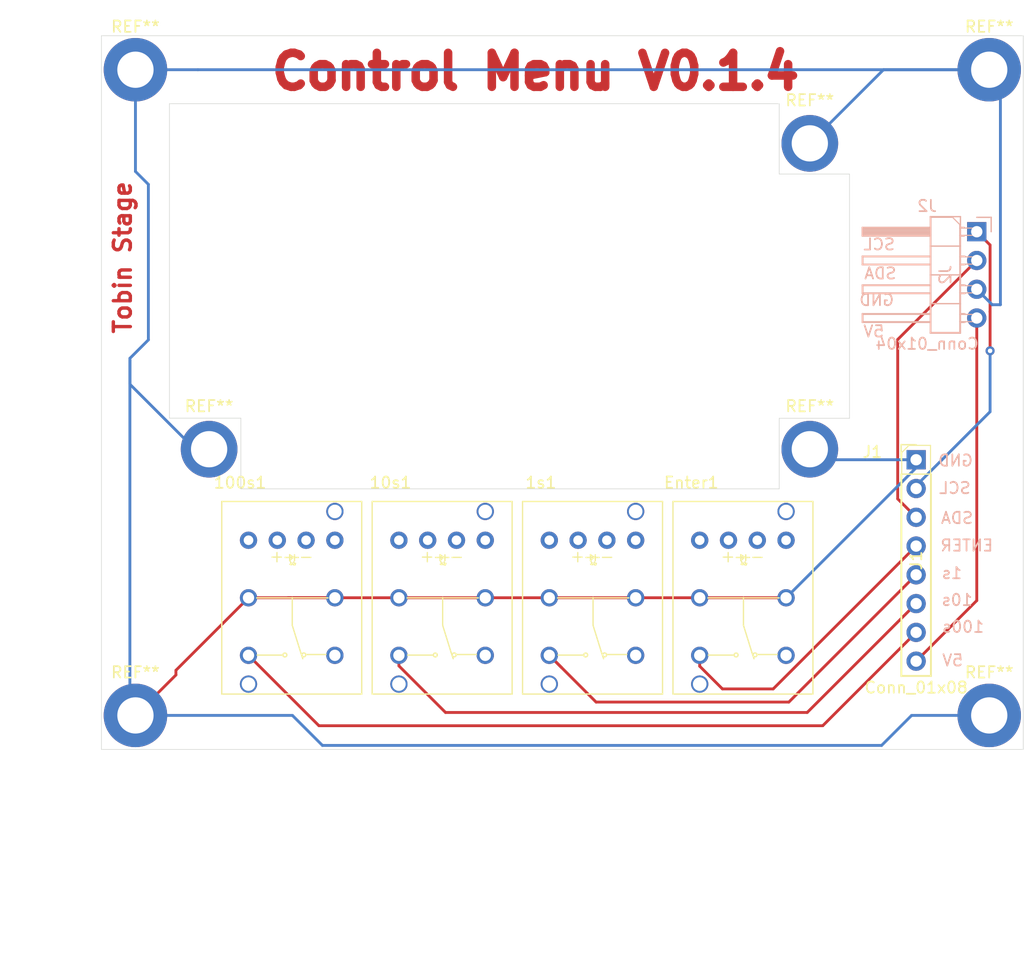
<source format=kicad_pcb>
(kicad_pcb (version 20171130) (host pcbnew "(5.1.7)-1")

  (general
    (thickness 1.6)
    (drawings 36)
    (tracks 67)
    (zones 0)
    (modules 13)
    (nets 21)
  )

  (page A4)
  (layers
    (0 F.Cu signal)
    (31 B.Cu signal)
    (32 B.Adhes user)
    (33 F.Adhes user)
    (34 B.Paste user)
    (35 F.Paste user)
    (36 B.SilkS user)
    (37 F.SilkS user)
    (38 B.Mask user)
    (39 F.Mask user)
    (40 Dwgs.User user)
    (41 Cmts.User user)
    (42 Eco1.User user)
    (43 Eco2.User user)
    (44 Edge.Cuts user)
    (45 Margin user)
    (46 B.CrtYd user)
    (47 F.CrtYd user)
  )

  (setup
    (last_trace_width 0.25)
    (trace_clearance 0.2)
    (zone_clearance 0.508)
    (zone_45_only no)
    (trace_min 0.2)
    (via_size 0.8)
    (via_drill 0.4)
    (via_min_size 0.4)
    (via_min_drill 0.3)
    (uvia_size 0.3)
    (uvia_drill 0.1)
    (uvias_allowed no)
    (uvia_min_size 0.2)
    (uvia_min_drill 0.1)
    (edge_width 0.05)
    (segment_width 0.2)
    (pcb_text_width 0.3)
    (pcb_text_size 1.5 1.5)
    (mod_edge_width 0.12)
    (mod_text_size 1 1)
    (mod_text_width 0.15)
    (pad_size 5 5)
    (pad_drill 3)
    (pad_to_mask_clearance 0)
    (aux_axis_origin 0 0)
    (visible_elements 7FFFFFFF)
    (pcbplotparams
      (layerselection 0x010fc_ffffffff)
      (usegerberextensions false)
      (usegerberattributes true)
      (usegerberadvancedattributes true)
      (creategerberjobfile true)
      (excludeedgelayer true)
      (linewidth 0.100000)
      (plotframeref false)
      (viasonmask false)
      (mode 1)
      (useauxorigin false)
      (hpglpennumber 1)
      (hpglpenspeed 20)
      (hpglpendiameter 15.000000)
      (psnegative false)
      (psa4output false)
      (plotreference true)
      (plotvalue true)
      (plotinvisibletext false)
      (padsonsilk false)
      (subtractmaskfromsilk false)
      (outputformat 1)
      (mirror false)
      (drillshape 0)
      (scaleselection 1)
      (outputdirectory "Boards/PCB/V0.1.2"))
  )

  (net 0 "")
  (net 1 /SDA)
  (net 2 /SCL)
  (net 3 /GND)
  (net 4 "Net-(100s1-Pad5)")
  (net 5 "Net-(100s1-Pad6)")
  (net 6 "Net-(100s1-Pad3)")
  (net 7 /100s)
  (net 8 "Net-(10s1-Pad5)")
  (net 9 "Net-(10s1-Pad6)")
  (net 10 "Net-(10s1-Pad3)")
  (net 11 /10s)
  (net 12 "Net-(1s1-Pad5)")
  (net 13 "Net-(1s1-Pad6)")
  (net 14 "Net-(1s1-Pad3)")
  (net 15 /1s)
  (net 16 "Net-(Enter1-Pad5)")
  (net 17 "Net-(Enter1-Pad6)")
  (net 18 "Net-(Enter1-Pad3)")
  (net 19 /Enter)
  (net 20 "Net-(J1-Pad8)")

  (net_class Default "This is the default net class."
    (clearance 0.2)
    (trace_width 0.25)
    (via_dia 0.8)
    (via_drill 0.4)
    (uvia_dia 0.3)
    (uvia_drill 0.1)
    (add_net /100s)
    (add_net /10s)
    (add_net /1s)
    (add_net /Enter)
    (add_net /GND)
    (add_net /SCL)
    (add_net /SDA)
    (add_net "Net-(100s1-Pad3)")
    (add_net "Net-(100s1-Pad5)")
    (add_net "Net-(100s1-Pad6)")
    (add_net "Net-(10s1-Pad3)")
    (add_net "Net-(10s1-Pad5)")
    (add_net "Net-(10s1-Pad6)")
    (add_net "Net-(1s1-Pad3)")
    (add_net "Net-(1s1-Pad5)")
    (add_net "Net-(1s1-Pad6)")
    (add_net "Net-(Enter1-Pad3)")
    (add_net "Net-(Enter1-Pad5)")
    (add_net "Net-(Enter1-Pad6)")
    (add_net "Net-(J1-Pad8)")
  )

  (module MountingHole:MountingHole_3.2mm_M3_DIN965_Pad (layer F.Cu) (tedit 602041AB) (tstamp 602040DC)
    (at 192.09 96.88)
    (descr "Mounting Hole 3.2mm, M3, DIN965")
    (tags "mounting hole 3.2mm m3 din965")
    (attr virtual)
    (fp_text reference REF** (at 0 -3.8) (layer F.SilkS)
      (effects (font (size 1 1) (thickness 0.15)))
    )
    (fp_text value MountingHole_3.2mm_M3_DIN965_Pad (at 0 3.8) (layer F.Fab)
      (effects (font (size 1 1) (thickness 0.15)))
    )
    (fp_circle (center 0 0) (end 3.05 0) (layer F.CrtYd) (width 0.05))
    (fp_circle (center 0 0) (end 2.8 0) (layer Cmts.User) (width 0.15))
    (fp_text user %R (at 0.3 0) (layer F.Fab)
      (effects (font (size 1 1) (thickness 0.15)))
    )
    (pad 1 thru_hole circle (at 0 0) (size 5.6 5.6) (drill 3.2) (layers *.Cu *.Mask)
      (net 3 /GND))
  )

  (module Connector_PinHeader_2.54mm:PinHeader_1x04_P2.54mm_Horizontal (layer B.Cu) (tedit 59FED5CB) (tstamp 5FEB359A)
    (at 266.32 111.18 180)
    (descr "Through hole angled pin header, 1x04, 2.54mm pitch, 6mm pin length, single row")
    (tags "Through hole angled pin header THT 1x04 2.54mm single row")
    (path /5FEC2557)
    (fp_text reference J2 (at 4.385 2.27) (layer B.SilkS)
      (effects (font (size 1 1) (thickness 0.15)) (justify mirror))
    )
    (fp_text value Conn_01x04 (at 4.385 -9.89) (layer B.SilkS)
      (effects (font (size 1 1) (thickness 0.15)) (justify mirror))
    )
    (fp_line (start 2.135 1.27) (end 4.04 1.27) (layer B.SilkS) (width 0.1))
    (fp_line (start 4.04 1.27) (end 4.04 -8.89) (layer B.SilkS) (width 0.1))
    (fp_line (start 4.04 -8.89) (end 1.5 -8.89) (layer B.SilkS) (width 0.1))
    (fp_line (start 1.5 -8.89) (end 1.5 0.635) (layer B.SilkS) (width 0.1))
    (fp_line (start 1.5 0.635) (end 2.135 1.27) (layer B.SilkS) (width 0.1))
    (fp_line (start -0.32 0.32) (end 1.5 0.32) (layer B.SilkS) (width 0.1))
    (fp_line (start -0.32 0.32) (end -0.32 -0.32) (layer B.SilkS) (width 0.1))
    (fp_line (start -0.32 -0.32) (end 1.5 -0.32) (layer B.SilkS) (width 0.1))
    (fp_line (start 4.04 0.32) (end 10.04 0.32) (layer B.SilkS) (width 0.1))
    (fp_line (start 10.04 0.32) (end 10.04 -0.32) (layer B.SilkS) (width 0.1))
    (fp_line (start 4.04 -0.32) (end 10.04 -0.32) (layer B.SilkS) (width 0.1))
    (fp_line (start -0.32 -2.22) (end 1.5 -2.22) (layer B.SilkS) (width 0.1))
    (fp_line (start -0.32 -2.22) (end -0.32 -2.86) (layer B.SilkS) (width 0.1))
    (fp_line (start -0.32 -2.86) (end 1.5 -2.86) (layer B.SilkS) (width 0.1))
    (fp_line (start 4.04 -2.22) (end 10.04 -2.22) (layer B.SilkS) (width 0.1))
    (fp_line (start 10.04 -2.22) (end 10.04 -2.86) (layer B.SilkS) (width 0.1))
    (fp_line (start 4.04 -2.86) (end 10.04 -2.86) (layer B.SilkS) (width 0.1))
    (fp_line (start -0.32 -4.76) (end 1.5 -4.76) (layer B.SilkS) (width 0.1))
    (fp_line (start -0.32 -4.76) (end -0.32 -5.4) (layer B.SilkS) (width 0.1))
    (fp_line (start -0.32 -5.4) (end 1.5 -5.4) (layer B.SilkS) (width 0.1))
    (fp_line (start 4.04 -4.76) (end 10.04 -4.76) (layer B.SilkS) (width 0.1))
    (fp_line (start 10.04 -4.76) (end 10.04 -5.4) (layer B.SilkS) (width 0.1))
    (fp_line (start 4.04 -5.4) (end 10.04 -5.4) (layer B.SilkS) (width 0.1))
    (fp_line (start -0.32 -7.3) (end 1.5 -7.3) (layer B.SilkS) (width 0.1))
    (fp_line (start -0.32 -7.3) (end -0.32 -7.94) (layer B.SilkS) (width 0.1))
    (fp_line (start -0.32 -7.94) (end 1.5 -7.94) (layer B.SilkS) (width 0.1))
    (fp_line (start 4.04 -7.3) (end 10.04 -7.3) (layer B.SilkS) (width 0.1))
    (fp_line (start 10.04 -7.3) (end 10.04 -7.94) (layer B.SilkS) (width 0.1))
    (fp_line (start 4.04 -7.94) (end 10.04 -7.94) (layer B.SilkS) (width 0.1))
    (fp_line (start 1.44 1.33) (end 1.44 -8.95) (layer B.SilkS) (width 0.12))
    (fp_line (start 1.44 -8.95) (end 4.1 -8.95) (layer B.SilkS) (width 0.12))
    (fp_line (start 4.1 -8.95) (end 4.1 1.33) (layer B.SilkS) (width 0.12))
    (fp_line (start 4.1 1.33) (end 1.44 1.33) (layer B.SilkS) (width 0.12))
    (fp_line (start 4.1 0.38) (end 10.1 0.38) (layer B.SilkS) (width 0.12))
    (fp_line (start 10.1 0.38) (end 10.1 -0.38) (layer B.SilkS) (width 0.12))
    (fp_line (start 10.1 -0.38) (end 4.1 -0.38) (layer B.SilkS) (width 0.12))
    (fp_line (start 4.1 0.32) (end 10.1 0.32) (layer B.SilkS) (width 0.12))
    (fp_line (start 4.1 0.2) (end 10.1 0.2) (layer B.SilkS) (width 0.12))
    (fp_line (start 4.1 0.08) (end 10.1 0.08) (layer B.SilkS) (width 0.12))
    (fp_line (start 4.1 -0.04) (end 10.1 -0.04) (layer B.SilkS) (width 0.12))
    (fp_line (start 4.1 -0.16) (end 10.1 -0.16) (layer B.SilkS) (width 0.12))
    (fp_line (start 4.1 -0.28) (end 10.1 -0.28) (layer B.SilkS) (width 0.12))
    (fp_line (start 1.11 0.38) (end 1.44 0.38) (layer B.SilkS) (width 0.12))
    (fp_line (start 1.11 -0.38) (end 1.44 -0.38) (layer B.SilkS) (width 0.12))
    (fp_line (start 1.44 -1.27) (end 4.1 -1.27) (layer B.SilkS) (width 0.12))
    (fp_line (start 4.1 -2.16) (end 10.1 -2.16) (layer B.SilkS) (width 0.12))
    (fp_line (start 10.1 -2.16) (end 10.1 -2.92) (layer B.SilkS) (width 0.12))
    (fp_line (start 10.1 -2.92) (end 4.1 -2.92) (layer B.SilkS) (width 0.12))
    (fp_line (start 1.042929 -2.16) (end 1.44 -2.16) (layer B.SilkS) (width 0.12))
    (fp_line (start 1.042929 -2.92) (end 1.44 -2.92) (layer B.SilkS) (width 0.12))
    (fp_line (start 1.44 -3.81) (end 4.1 -3.81) (layer B.SilkS) (width 0.12))
    (fp_line (start 4.1 -4.7) (end 10.1 -4.7) (layer B.SilkS) (width 0.12))
    (fp_line (start 10.1 -4.7) (end 10.1 -5.46) (layer B.SilkS) (width 0.12))
    (fp_line (start 10.1 -5.46) (end 4.1 -5.46) (layer B.SilkS) (width 0.12))
    (fp_line (start 1.042929 -4.7) (end 1.44 -4.7) (layer B.SilkS) (width 0.12))
    (fp_line (start 1.042929 -5.46) (end 1.44 -5.46) (layer B.SilkS) (width 0.12))
    (fp_line (start 1.44 -6.35) (end 4.1 -6.35) (layer B.SilkS) (width 0.12))
    (fp_line (start 4.1 -7.24) (end 10.1 -7.24) (layer B.SilkS) (width 0.12))
    (fp_line (start 10.1 -7.24) (end 10.1 -8) (layer B.SilkS) (width 0.12))
    (fp_line (start 10.1 -8) (end 4.1 -8) (layer B.SilkS) (width 0.12))
    (fp_line (start 1.042929 -7.24) (end 1.44 -7.24) (layer B.SilkS) (width 0.12))
    (fp_line (start 1.042929 -8) (end 1.44 -8) (layer B.SilkS) (width 0.12))
    (fp_line (start -1.27 0) (end -1.27 1.27) (layer B.SilkS) (width 0.12))
    (fp_line (start -1.27 1.27) (end 0 1.27) (layer B.SilkS) (width 0.12))
    (fp_line (start -1.8 1.8) (end -1.8 -9.4) (layer B.CrtYd) (width 0.05))
    (fp_line (start -1.8 -9.4) (end 10.55 -9.4) (layer B.CrtYd) (width 0.05))
    (fp_line (start 10.55 -9.4) (end 10.55 1.8) (layer B.CrtYd) (width 0.05))
    (fp_line (start 10.55 1.8) (end -1.8 1.8) (layer B.CrtYd) (width 0.05))
    (fp_text user %R (at 2.77 -3.81 270) (layer B.SilkS)
      (effects (font (size 1 1) (thickness 0.15)) (justify mirror))
    )
    (pad 4 thru_hole oval (at 0 -7.62 180) (size 1.7 1.7) (drill 1) (layers *.Cu *.Mask)
      (net 20 "Net-(J1-Pad8)"))
    (pad 3 thru_hole oval (at 0 -5.08 180) (size 1.7 1.7) (drill 1) (layers *.Cu *.Mask)
      (net 3 /GND))
    (pad 2 thru_hole oval (at 0 -2.54 180) (size 1.7 1.7) (drill 1) (layers *.Cu *.Mask)
      (net 1 /SDA))
    (pad 1 thru_hole rect (at 0 0 180) (size 1.7 1.7) (drill 1) (layers *.Cu *.Mask)
      (net 2 /SCL))
    (model ${KISYS3DMOD}/Connector_PinHeader_2.54mm.3dshapes/PinHeader_1x04_P2.54mm_Horizontal.wrl
      (at (xyz 0 0 0))
      (scale (xyz 1 1 1))
      (rotate (xyz 0 0 0))
    )
  )

  (module MountingHole:MountingHole_3.2mm_M3_DIN965_Pad (layer F.Cu) (tedit 61F58E98) (tstamp 61F58D0A)
    (at 198.59 130.38)
    (descr "Mounting Hole 3.2mm, M3, DIN965")
    (tags "mounting hole 3.2mm m3 din965")
    (attr virtual)
    (fp_text reference REF** (at 0 -3.8) (layer F.SilkS)
      (effects (font (size 1 1) (thickness 0.15)))
    )
    (fp_text value MountingHole_3.2mm_M3_DIN965_Pad (at 0 3.8) (layer F.Fab)
      (effects (font (size 1 1) (thickness 0.15)))
    )
    (fp_text user %R (at 0.3 0) (layer F.Fab)
      (effects (font (size 1 1) (thickness 0.15)))
    )
    (fp_circle (center 0 0) (end 3.05 0) (layer F.CrtYd) (width 0.05))
    (fp_circle (center 0 0) (end 2.8 0) (layer Cmts.User) (width 0.15))
    (pad 1 thru_hole circle (at 0 0) (size 5 5) (drill 3.2) (layers *.Cu *.Mask)
      (net 3 /GND))
  )

  (module MountingHole:MountingHole_3.2mm_M3_DIN965_Pad (layer F.Cu) (tedit 61F58E6B) (tstamp 61F58CF5)
    (at 251.59 130.38)
    (descr "Mounting Hole 3.2mm, M3, DIN965")
    (tags "mounting hole 3.2mm m3 din965")
    (attr virtual)
    (fp_text reference REF** (at 0 -3.8) (layer F.SilkS)
      (effects (font (size 1 1) (thickness 0.15)))
    )
    (fp_text value MountingHole_3.2mm_M3_DIN965_Pad (at 0 3.8) (layer F.Fab)
      (effects (font (size 1 1) (thickness 0.15)))
    )
    (fp_circle (center 0 0) (end 2.8 0) (layer Cmts.User) (width 0.15))
    (fp_circle (center 0 0) (end 3.05 0) (layer F.CrtYd) (width 0.05))
    (fp_text user %R (at 0.3 0) (layer F.Fab)
      (effects (font (size 1 1) (thickness 0.15)))
    )
    (pad 1 thru_hole circle (at 0 0) (size 5 5) (drill 3.2) (layers *.Cu *.Mask)
      (net 3 /GND))
  )

  (module MountingHole:MountingHole_3.2mm_M3_DIN965_Pad (layer F.Cu) (tedit 61F58E65) (tstamp 61F58CAD)
    (at 251.59 103.38)
    (descr "Mounting Hole 3.2mm, M3, DIN965")
    (tags "mounting hole 3.2mm m3 din965")
    (attr virtual)
    (fp_text reference REF** (at 0 -3.8) (layer F.SilkS)
      (effects (font (size 1 1) (thickness 0.15)))
    )
    (fp_text value MountingHole_3.2mm_M3_DIN965_Pad (at 0 3.8) (layer F.Fab)
      (effects (font (size 1 1) (thickness 0.15)))
    )
    (fp_text user %R (at 0.3 0) (layer F.Fab)
      (effects (font (size 1 1) (thickness 0.15)))
    )
    (fp_circle (center 0 0) (end 3.05 0) (layer F.CrtYd) (width 0.05))
    (fp_circle (center 0 0) (end 2.8 0) (layer Cmts.User) (width 0.15))
    (pad 1 thru_hole circle (at 0 0) (size 5 5) (drill 3.2) (layers *.Cu *.Mask)
      (net 3 /GND))
  )

  (module MountingHole:MountingHole_3.2mm_M3_DIN965_Pad (layer F.Cu) (tedit 602041B4) (tstamp 60204136)
    (at 192.09 153.88)
    (descr "Mounting Hole 3.2mm, M3, DIN965")
    (tags "mounting hole 3.2mm m3 din965")
    (attr virtual)
    (fp_text reference REF** (at 0 -3.8) (layer F.SilkS)
      (effects (font (size 1 1) (thickness 0.15)))
    )
    (fp_text value MountingHole_3.2mm_M3_DIN965_Pad (at 0 3.8) (layer F.Fab)
      (effects (font (size 1 1) (thickness 0.15)))
    )
    (fp_circle (center 0 0) (end 2.8 0) (layer Cmts.User) (width 0.15))
    (fp_circle (center 0 0) (end 3.05 0) (layer F.CrtYd) (width 0.05))
    (fp_text user %R (at 0.3 0) (layer F.Fab)
      (effects (font (size 1 1) (thickness 0.15)))
    )
    (pad 1 thru_hole circle (at 0 0) (size 5.6 5.6) (drill 3.2) (layers *.Cu *.Mask)
      (net 3 /GND))
  )

  (module MountingHole:MountingHole_3.2mm_M3_DIN965_Pad (layer F.Cu) (tedit 602041C7) (tstamp 6020412F)
    (at 267.42 96.88)
    (descr "Mounting Hole 3.2mm, M3, DIN965")
    (tags "mounting hole 3.2mm m3 din965")
    (attr virtual)
    (fp_text reference REF** (at 0 -3.8) (layer F.SilkS)
      (effects (font (size 1 1) (thickness 0.15)))
    )
    (fp_text value MountingHole_3.2mm_M3_DIN965_Pad (at 0 3.8) (layer F.Fab)
      (effects (font (size 1 1) (thickness 0.15)))
    )
    (fp_circle (center 0 0) (end 2.8 0) (layer Cmts.User) (width 0.15))
    (fp_circle (center 0 0) (end 3.05 0) (layer F.CrtYd) (width 0.05))
    (fp_text user %R (at 0.3 0) (layer F.Fab)
      (effects (font (size 1 1) (thickness 0.15)))
    )
    (pad 1 thru_hole circle (at 0 0) (size 5.6 5.6) (drill 3.2) (layers *.Cu *.Mask)
      (net 3 /GND))
  )

  (module MountingHole:MountingHole_3.2mm_M3_DIN965_Pad (layer F.Cu) (tedit 602041BE) (tstamp 602040D5)
    (at 267.42 153.88)
    (descr "Mounting Hole 3.2mm, M3, DIN965")
    (tags "mounting hole 3.2mm m3 din965")
    (attr virtual)
    (fp_text reference REF** (at 0 -3.8) (layer F.SilkS)
      (effects (font (size 1 1) (thickness 0.15)))
    )
    (fp_text value MountingHole_3.2mm_M3_DIN965_Pad (at 0 3.8) (layer F.Fab)
      (effects (font (size 1 1) (thickness 0.15)))
    )
    (fp_circle (center 0 0) (end 3.05 0) (layer F.CrtYd) (width 0.05))
    (fp_circle (center 0 0) (end 2.8 0) (layer Cmts.User) (width 0.15))
    (fp_text user %R (at 0.3 0) (layer F.Fab)
      (effects (font (size 1 1) (thickness 0.15)))
    )
    (pad 1 thru_hole circle (at 0 0) (size 5.6 5.6) (drill 3.2) (layers *.Cu *.Mask)
      (net 3 /GND))
  )

  (module AA-ROB-FULL:PB86-A-FP (layer F.Cu) (tedit 5FEB217F) (tstamp 5FEB50C3)
    (at 239.515 134.995)
    (path /5FEB56A3)
    (fp_text reference Enter1 (at 1.62 -1.66) (layer F.SilkS)
      (effects (font (size 1 1) (thickness 0.15)))
    )
    (fp_text value PB-86A (at 2.72 -3.5) (layer F.Fab)
      (effects (font (size 1 1) (thickness 0.15)))
    )
    (fp_line (start 0 0) (end 12.35 0) (layer F.SilkS) (width 0.12))
    (fp_line (start 0 0) (end 0 17) (layer F.SilkS) (width 0.12))
    (fp_line (start 12.35 0) (end 12.35 17) (layer F.SilkS) (width 0.12))
    (fp_line (start 0 17) (end 12.35 17) (layer F.SilkS) (width 0.12))
    (fp_line (start -0.2 -0.2) (end 12.55 -0.2) (layer Dwgs.User) (width 0.12))
    (fp_line (start 12.55 -0.2) (end 12.55 17.2) (layer Dwgs.User) (width 0.12))
    (fp_line (start -0.2 17.2) (end 12.55 17.2) (layer Dwgs.User) (width 0.12))
    (fp_line (start -0.2 -0.2) (end -0.2 17.2) (layer Dwgs.User) (width 0.12))
    (fp_line (start 3.08 8.51) (end 9.37 8.51) (layer F.SilkS) (width 0.12))
    (fp_line (start 6.22 8.48) (end 6.22 10.93) (layer F.SilkS) (width 0.12))
    (fp_line (start 6.22 10.93) (end 6.96 13.31) (layer F.SilkS) (width 0.12))
    (fp_line (start 6.96 13.31) (end 7.15 13.88) (layer F.SilkS) (width 0.12))
    (fp_line (start 9.2 13.51) (end 7.44 13.51) (layer F.SilkS) (width 0.12))
    (fp_line (start 3.12 13.56) (end 5.4 13.56) (layer F.SilkS) (width 0.12))
    (fp_circle (center 5.57 13.55) (end 5.67 13.69) (layer F.SilkS) (width 0.12))
    (fp_circle (center 7.24 13.54) (end 7.34 13.68) (layer F.SilkS) (width 0.12))
    (fp_line (start 4.87 4.51) (end 4.87 5.32) (layer F.SilkS) (width 0.12))
    (fp_line (start 4.44 4.91) (end 5.25 4.91) (layer F.SilkS) (width 0.12))
    (fp_line (start 7.05 4.93) (end 7.86 4.93) (layer F.SilkS) (width 0.12))
    (fp_line (start 5.59 4.94) (end 6.76 4.94) (layer F.SilkS) (width 0.12))
    (fp_line (start 5.99 5.22) (end 5.99 4.7) (layer F.SilkS) (width 0.12))
    (fp_line (start 6.42 5.23) (end 6.42 4.71) (layer F.SilkS) (width 0.12))
    (fp_line (start 6.31 4.91) (end 5.99 4.7) (layer F.SilkS) (width 0.12))
    (fp_line (start 6.31 4.92) (end 5.99 5.22) (layer F.SilkS) (width 0.12))
    (fp_line (start 6.06 5.31) (end 6.16 5.58) (layer F.SilkS) (width 0.12))
    (fp_line (start 6.18 5.54) (end 6.22 5.43) (layer F.SilkS) (width 0.12))
    (fp_line (start 6.12 5.58) (end 6.01 5.54) (layer F.SilkS) (width 0.12))
    (fp_line (start 6.35 5.34) (end 6.45 5.61) (layer F.SilkS) (width 0.12))
    (fp_line (start 6.47 5.57) (end 6.51 5.46) (layer F.SilkS) (width 0.12))
    (fp_line (start 6.41 5.61) (end 6.3 5.57) (layer F.SilkS) (width 0.12))
    (pad 5 thru_hole circle (at 4.9 3.42) (size 1.524 1.524) (drill 0.85) (layers *.Cu *.Mask)
      (net 16 "Net-(Enter1-Pad5)"))
    (pad 6 thru_hole circle (at 7.44 3.42) (size 1.524 1.524) (drill 0.85) (layers *.Cu *.Mask)
      (net 17 "Net-(Enter1-Pad6)"))
    (pad 7 thru_hole circle (at 9.98 3.42) (size 1.524 1.524) (drill 0.85) (layers *.Cu *.Mask))
    (pad 4 thru_hole circle (at 2.36 3.42) (size 1.524 1.524) (drill 0.85) (layers *.Cu *.Mask))
    (pad 8 thru_hole circle (at 9.98 0.88) (size 1.524 1.524) (drill 1.2) (layers *.Cu *.Mask))
    (pad 8 thru_hole circle (at 2.36 16.12) (size 1.524 1.524) (drill 1.2) (layers *.Cu *.Mask))
    (pad 1 thru_hole circle (at 9.98 8.5) (size 1.524 1.524) (drill 1) (layers *.Cu *.Mask)
      (net 3 /GND))
    (pad 1 thru_hole circle (at 2.36 8.5) (size 1.524 1.524) (drill 1) (layers *.Cu *.Mask)
      (net 3 /GND))
    (pad 3 thru_hole circle (at 9.98 13.58) (size 1.524 1.524) (drill 1) (layers *.Cu *.Mask)
      (net 18 "Net-(Enter1-Pad3)"))
    (pad 2 thru_hole circle (at 2.36 13.58) (size 1.524 1.524) (drill 1) (layers *.Cu *.Mask)
      (net 19 /Enter))
  )

  (module AA-ROB-FULL:PB86-A-FP (layer F.Cu) (tedit 5FEB217F) (tstamp 5FEB5144)
    (at 226.245 134.995)
    (path /5FEB4A66)
    (fp_text reference 1s1 (at 1.62 -1.66) (layer F.SilkS)
      (effects (font (size 1 1) (thickness 0.15)))
    )
    (fp_text value PB-86A (at 2.72 -3.5) (layer F.Fab)
      (effects (font (size 1 1) (thickness 0.15)))
    )
    (fp_line (start 0 0) (end 12.35 0) (layer F.SilkS) (width 0.12))
    (fp_line (start 0 0) (end 0 17) (layer F.SilkS) (width 0.12))
    (fp_line (start 12.35 0) (end 12.35 17) (layer F.SilkS) (width 0.12))
    (fp_line (start 0 17) (end 12.35 17) (layer F.SilkS) (width 0.12))
    (fp_line (start -0.2 -0.2) (end 12.55 -0.2) (layer Dwgs.User) (width 0.12))
    (fp_line (start 12.55 -0.2) (end 12.55 17.2) (layer Dwgs.User) (width 0.12))
    (fp_line (start -0.2 17.2) (end 12.55 17.2) (layer Dwgs.User) (width 0.12))
    (fp_line (start -0.2 -0.2) (end -0.2 17.2) (layer Dwgs.User) (width 0.12))
    (fp_line (start 3.08 8.51) (end 9.37 8.51) (layer F.SilkS) (width 0.12))
    (fp_line (start 6.22 8.48) (end 6.22 10.93) (layer F.SilkS) (width 0.12))
    (fp_line (start 6.22 10.93) (end 6.96 13.31) (layer F.SilkS) (width 0.12))
    (fp_line (start 6.96 13.31) (end 7.15 13.88) (layer F.SilkS) (width 0.12))
    (fp_line (start 9.2 13.51) (end 7.44 13.51) (layer F.SilkS) (width 0.12))
    (fp_line (start 3.12 13.56) (end 5.4 13.56) (layer F.SilkS) (width 0.12))
    (fp_circle (center 5.57 13.55) (end 5.67 13.69) (layer F.SilkS) (width 0.12))
    (fp_circle (center 7.24 13.54) (end 7.34 13.68) (layer F.SilkS) (width 0.12))
    (fp_line (start 4.87 4.51) (end 4.87 5.32) (layer F.SilkS) (width 0.12))
    (fp_line (start 4.44 4.91) (end 5.25 4.91) (layer F.SilkS) (width 0.12))
    (fp_line (start 7.05 4.93) (end 7.86 4.93) (layer F.SilkS) (width 0.12))
    (fp_line (start 5.59 4.94) (end 6.76 4.94) (layer F.SilkS) (width 0.12))
    (fp_line (start 5.99 5.22) (end 5.99 4.7) (layer F.SilkS) (width 0.12))
    (fp_line (start 6.42 5.23) (end 6.42 4.71) (layer F.SilkS) (width 0.12))
    (fp_line (start 6.31 4.91) (end 5.99 4.7) (layer F.SilkS) (width 0.12))
    (fp_line (start 6.31 4.92) (end 5.99 5.22) (layer F.SilkS) (width 0.12))
    (fp_line (start 6.06 5.31) (end 6.16 5.58) (layer F.SilkS) (width 0.12))
    (fp_line (start 6.18 5.54) (end 6.22 5.43) (layer F.SilkS) (width 0.12))
    (fp_line (start 6.12 5.58) (end 6.01 5.54) (layer F.SilkS) (width 0.12))
    (fp_line (start 6.35 5.34) (end 6.45 5.61) (layer F.SilkS) (width 0.12))
    (fp_line (start 6.47 5.57) (end 6.51 5.46) (layer F.SilkS) (width 0.12))
    (fp_line (start 6.41 5.61) (end 6.3 5.57) (layer F.SilkS) (width 0.12))
    (pad 5 thru_hole circle (at 4.9 3.42) (size 1.524 1.524) (drill 0.85) (layers *.Cu *.Mask)
      (net 12 "Net-(1s1-Pad5)"))
    (pad 6 thru_hole circle (at 7.44 3.42) (size 1.524 1.524) (drill 0.85) (layers *.Cu *.Mask)
      (net 13 "Net-(1s1-Pad6)"))
    (pad 7 thru_hole circle (at 9.98 3.42) (size 1.524 1.524) (drill 0.85) (layers *.Cu *.Mask))
    (pad 4 thru_hole circle (at 2.36 3.42) (size 1.524 1.524) (drill 0.85) (layers *.Cu *.Mask))
    (pad 8 thru_hole circle (at 9.98 0.88) (size 1.524 1.524) (drill 1.2) (layers *.Cu *.Mask))
    (pad 8 thru_hole circle (at 2.36 16.12) (size 1.524 1.524) (drill 1.2) (layers *.Cu *.Mask))
    (pad 1 thru_hole circle (at 9.98 8.5) (size 1.524 1.524) (drill 1) (layers *.Cu *.Mask)
      (net 3 /GND))
    (pad 1 thru_hole circle (at 2.36 8.5) (size 1.524 1.524) (drill 1) (layers *.Cu *.Mask)
      (net 3 /GND))
    (pad 3 thru_hole circle (at 9.98 13.58) (size 1.524 1.524) (drill 1) (layers *.Cu *.Mask)
      (net 14 "Net-(1s1-Pad3)"))
    (pad 2 thru_hole circle (at 2.36 13.58) (size 1.524 1.524) (drill 1) (layers *.Cu *.Mask)
      (net 15 /1s))
  )

  (module AA-ROB-FULL:PB86-A-FP (layer F.Cu) (tedit 5FEB217F) (tstamp 5FEB5042)
    (at 212.975 134.995)
    (path /5FEB3BFC)
    (fp_text reference 10s1 (at 1.62 -1.66) (layer F.SilkS)
      (effects (font (size 1 1) (thickness 0.15)))
    )
    (fp_text value PB-86A (at 2.72 -3.5) (layer F.Fab)
      (effects (font (size 1 1) (thickness 0.15)))
    )
    (fp_line (start 0 0) (end 12.35 0) (layer F.SilkS) (width 0.12))
    (fp_line (start 0 0) (end 0 17) (layer F.SilkS) (width 0.12))
    (fp_line (start 12.35 0) (end 12.35 17) (layer F.SilkS) (width 0.12))
    (fp_line (start 0 17) (end 12.35 17) (layer F.SilkS) (width 0.12))
    (fp_line (start -0.2 -0.2) (end 12.55 -0.2) (layer Dwgs.User) (width 0.12))
    (fp_line (start 12.55 -0.2) (end 12.55 17.2) (layer Dwgs.User) (width 0.12))
    (fp_line (start -0.2 17.2) (end 12.55 17.2) (layer Dwgs.User) (width 0.12))
    (fp_line (start -0.2 -0.2) (end -0.2 17.2) (layer Dwgs.User) (width 0.12))
    (fp_line (start 3.08 8.51) (end 9.37 8.51) (layer F.SilkS) (width 0.12))
    (fp_line (start 6.22 8.48) (end 6.22 10.93) (layer F.SilkS) (width 0.12))
    (fp_line (start 6.22 10.93) (end 6.96 13.31) (layer F.SilkS) (width 0.12))
    (fp_line (start 6.96 13.31) (end 7.15 13.88) (layer F.SilkS) (width 0.12))
    (fp_line (start 9.2 13.51) (end 7.44 13.51) (layer F.SilkS) (width 0.12))
    (fp_line (start 3.12 13.56) (end 5.4 13.56) (layer F.SilkS) (width 0.12))
    (fp_circle (center 5.57 13.55) (end 5.67 13.69) (layer F.SilkS) (width 0.12))
    (fp_circle (center 7.24 13.54) (end 7.34 13.68) (layer F.SilkS) (width 0.12))
    (fp_line (start 4.87 4.51) (end 4.87 5.32) (layer F.SilkS) (width 0.12))
    (fp_line (start 4.44 4.91) (end 5.25 4.91) (layer F.SilkS) (width 0.12))
    (fp_line (start 7.05 4.93) (end 7.86 4.93) (layer F.SilkS) (width 0.12))
    (fp_line (start 5.59 4.94) (end 6.76 4.94) (layer F.SilkS) (width 0.12))
    (fp_line (start 5.99 5.22) (end 5.99 4.7) (layer F.SilkS) (width 0.12))
    (fp_line (start 6.42 5.23) (end 6.42 4.71) (layer F.SilkS) (width 0.12))
    (fp_line (start 6.31 4.91) (end 5.99 4.7) (layer F.SilkS) (width 0.12))
    (fp_line (start 6.31 4.92) (end 5.99 5.22) (layer F.SilkS) (width 0.12))
    (fp_line (start 6.06 5.31) (end 6.16 5.58) (layer F.SilkS) (width 0.12))
    (fp_line (start 6.18 5.54) (end 6.22 5.43) (layer F.SilkS) (width 0.12))
    (fp_line (start 6.12 5.58) (end 6.01 5.54) (layer F.SilkS) (width 0.12))
    (fp_line (start 6.35 5.34) (end 6.45 5.61) (layer F.SilkS) (width 0.12))
    (fp_line (start 6.47 5.57) (end 6.51 5.46) (layer F.SilkS) (width 0.12))
    (fp_line (start 6.41 5.61) (end 6.3 5.57) (layer F.SilkS) (width 0.12))
    (pad 5 thru_hole circle (at 4.9 3.42) (size 1.524 1.524) (drill 0.85) (layers *.Cu *.Mask)
      (net 8 "Net-(10s1-Pad5)"))
    (pad 6 thru_hole circle (at 7.44 3.42) (size 1.524 1.524) (drill 0.85) (layers *.Cu *.Mask)
      (net 9 "Net-(10s1-Pad6)"))
    (pad 7 thru_hole circle (at 9.98 3.42) (size 1.524 1.524) (drill 0.85) (layers *.Cu *.Mask))
    (pad 4 thru_hole circle (at 2.36 3.42) (size 1.524 1.524) (drill 0.85) (layers *.Cu *.Mask))
    (pad 8 thru_hole circle (at 9.98 0.88) (size 1.524 1.524) (drill 1.2) (layers *.Cu *.Mask))
    (pad 8 thru_hole circle (at 2.36 16.12) (size 1.524 1.524) (drill 1.2) (layers *.Cu *.Mask))
    (pad 1 thru_hole circle (at 9.98 8.5) (size 1.524 1.524) (drill 1) (layers *.Cu *.Mask)
      (net 3 /GND))
    (pad 1 thru_hole circle (at 2.36 8.5) (size 1.524 1.524) (drill 1) (layers *.Cu *.Mask)
      (net 3 /GND))
    (pad 3 thru_hole circle (at 9.98 13.58) (size 1.524 1.524) (drill 1) (layers *.Cu *.Mask)
      (net 10 "Net-(10s1-Pad3)"))
    (pad 2 thru_hole circle (at 2.36 13.58) (size 1.524 1.524) (drill 1) (layers *.Cu *.Mask)
      (net 11 /10s))
  )

  (module AA-ROB-FULL:PB86-A-FP (layer F.Cu) (tedit 5FEB217F) (tstamp 5FEB51C5)
    (at 199.705 134.995)
    (path /5FEB2BAB)
    (fp_text reference 100s1 (at 1.62 -1.66) (layer F.SilkS)
      (effects (font (size 1 1) (thickness 0.15)))
    )
    (fp_text value PB-86A (at 2.72 -3.5) (layer F.Fab)
      (effects (font (size 1 1) (thickness 0.15)))
    )
    (fp_line (start 0 0) (end 12.35 0) (layer F.SilkS) (width 0.12))
    (fp_line (start 0 0) (end 0 17) (layer F.SilkS) (width 0.12))
    (fp_line (start 12.35 0) (end 12.35 17) (layer F.SilkS) (width 0.12))
    (fp_line (start 0 17) (end 12.35 17) (layer F.SilkS) (width 0.12))
    (fp_line (start -0.2 -0.2) (end 12.55 -0.2) (layer Dwgs.User) (width 0.12))
    (fp_line (start 12.55 -0.2) (end 12.55 17.2) (layer Dwgs.User) (width 0.12))
    (fp_line (start -0.2 17.2) (end 12.55 17.2) (layer Dwgs.User) (width 0.12))
    (fp_line (start -0.2 -0.2) (end -0.2 17.2) (layer Dwgs.User) (width 0.12))
    (fp_line (start 3.08 8.51) (end 9.37 8.51) (layer F.SilkS) (width 0.12))
    (fp_line (start 6.22 8.48) (end 6.22 10.93) (layer F.SilkS) (width 0.12))
    (fp_line (start 6.22 10.93) (end 6.96 13.31) (layer F.SilkS) (width 0.12))
    (fp_line (start 6.96 13.31) (end 7.15 13.88) (layer F.SilkS) (width 0.12))
    (fp_line (start 9.2 13.51) (end 7.44 13.51) (layer F.SilkS) (width 0.12))
    (fp_line (start 3.12 13.56) (end 5.4 13.56) (layer F.SilkS) (width 0.12))
    (fp_circle (center 5.57 13.55) (end 5.67 13.69) (layer F.SilkS) (width 0.12))
    (fp_circle (center 7.24 13.54) (end 7.34 13.68) (layer F.SilkS) (width 0.12))
    (fp_line (start 4.87 4.51) (end 4.87 5.32) (layer F.SilkS) (width 0.12))
    (fp_line (start 4.44 4.91) (end 5.25 4.91) (layer F.SilkS) (width 0.12))
    (fp_line (start 7.05 4.93) (end 7.86 4.93) (layer F.SilkS) (width 0.12))
    (fp_line (start 5.59 4.94) (end 6.76 4.94) (layer F.SilkS) (width 0.12))
    (fp_line (start 5.99 5.22) (end 5.99 4.7) (layer F.SilkS) (width 0.12))
    (fp_line (start 6.42 5.23) (end 6.42 4.71) (layer F.SilkS) (width 0.12))
    (fp_line (start 6.31 4.91) (end 5.99 4.7) (layer F.SilkS) (width 0.12))
    (fp_line (start 6.31 4.92) (end 5.99 5.22) (layer F.SilkS) (width 0.12))
    (fp_line (start 6.06 5.31) (end 6.16 5.58) (layer F.SilkS) (width 0.12))
    (fp_line (start 6.18 5.54) (end 6.22 5.43) (layer F.SilkS) (width 0.12))
    (fp_line (start 6.12 5.58) (end 6.01 5.54) (layer F.SilkS) (width 0.12))
    (fp_line (start 6.35 5.34) (end 6.45 5.61) (layer F.SilkS) (width 0.12))
    (fp_line (start 6.47 5.57) (end 6.51 5.46) (layer F.SilkS) (width 0.12))
    (fp_line (start 6.41 5.61) (end 6.3 5.57) (layer F.SilkS) (width 0.12))
    (pad 5 thru_hole circle (at 4.9 3.42) (size 1.524 1.524) (drill 0.85) (layers *.Cu *.Mask)
      (net 4 "Net-(100s1-Pad5)"))
    (pad 6 thru_hole circle (at 7.44 3.42) (size 1.524 1.524) (drill 0.85) (layers *.Cu *.Mask)
      (net 5 "Net-(100s1-Pad6)"))
    (pad 7 thru_hole circle (at 9.98 3.42) (size 1.524 1.524) (drill 0.85) (layers *.Cu *.Mask))
    (pad 4 thru_hole circle (at 2.36 3.42) (size 1.524 1.524) (drill 0.85) (layers *.Cu *.Mask))
    (pad 8 thru_hole circle (at 9.98 0.88) (size 1.524 1.524) (drill 1.2) (layers *.Cu *.Mask))
    (pad 8 thru_hole circle (at 2.36 16.12) (size 1.524 1.524) (drill 1.2) (layers *.Cu *.Mask))
    (pad 1 thru_hole circle (at 9.98 8.5) (size 1.524 1.524) (drill 1) (layers *.Cu *.Mask)
      (net 3 /GND))
    (pad 1 thru_hole circle (at 2.36 8.5) (size 1.524 1.524) (drill 1) (layers *.Cu *.Mask)
      (net 3 /GND))
    (pad 3 thru_hole circle (at 9.98 13.58) (size 1.524 1.524) (drill 1) (layers *.Cu *.Mask)
      (net 6 "Net-(100s1-Pad3)"))
    (pad 2 thru_hole circle (at 2.36 13.58) (size 1.524 1.524) (drill 1) (layers *.Cu *.Mask)
      (net 7 /100s))
  )

  (module Connector_PinHeader_2.54mm:PinHeader_1x08_P2.54mm_Vertical (layer F.Cu) (tedit 59FED5CC) (tstamp 5FEB3540)
    (at 260.97 131.31)
    (descr "Through hole straight pin header, 1x08, 2.54mm pitch, single row")
    (tags "Through hole pin header THT 1x08 2.54mm single row")
    (path /5FEB6A94)
    (fp_text reference J1 (at -3.86 -0.69) (layer F.SilkS)
      (effects (font (size 1 1) (thickness 0.15)))
    )
    (fp_text value Conn_01x08 (at 0 20.11) (layer F.SilkS)
      (effects (font (size 1 1) (thickness 0.15)))
    )
    (fp_line (start -0.635 -1.27) (end 1.27 -1.27) (layer F.SilkS) (width 0.1))
    (fp_line (start 1.27 -1.27) (end 1.27 19.05) (layer F.SilkS) (width 0.1))
    (fp_line (start 1.27 19.05) (end -1.27 19.05) (layer F.SilkS) (width 0.1))
    (fp_line (start -1.27 19.05) (end -1.27 -0.635) (layer F.SilkS) (width 0.1))
    (fp_line (start -1.27 -0.635) (end -0.635 -1.27) (layer F.SilkS) (width 0.1))
    (fp_line (start -1.33 19.11) (end 1.33 19.11) (layer F.SilkS) (width 0.12))
    (fp_line (start -1.33 1.27) (end -1.33 19.11) (layer F.SilkS) (width 0.12))
    (fp_line (start 1.33 1.27) (end 1.33 19.11) (layer F.SilkS) (width 0.12))
    (fp_line (start -1.33 1.27) (end 1.33 1.27) (layer F.SilkS) (width 0.12))
    (fp_line (start -1.33 0) (end -1.33 -1.33) (layer F.SilkS) (width 0.12))
    (fp_line (start -1.33 -1.33) (end 0 -1.33) (layer F.SilkS) (width 0.12))
    (fp_line (start -1.8 -1.8) (end -1.8 19.55) (layer F.CrtYd) (width 0.05))
    (fp_line (start -1.8 19.55) (end 1.8 19.55) (layer F.CrtYd) (width 0.05))
    (fp_line (start 1.8 19.55) (end 1.8 -1.8) (layer F.CrtYd) (width 0.05))
    (fp_line (start 1.8 -1.8) (end -1.8 -1.8) (layer F.CrtYd) (width 0.05))
    (fp_text user %R (at 0 8.89 90) (layer F.SilkS)
      (effects (font (size 1 1) (thickness 0.15)))
    )
    (pad 8 thru_hole oval (at 0 17.78) (size 1.7 1.7) (drill 1) (layers *.Cu *.Mask)
      (net 20 "Net-(J1-Pad8)"))
    (pad 7 thru_hole oval (at 0 15.24) (size 1.7 1.7) (drill 1) (layers *.Cu *.Mask)
      (net 7 /100s))
    (pad 6 thru_hole oval (at 0 12.7) (size 1.7 1.7) (drill 1) (layers *.Cu *.Mask)
      (net 11 /10s))
    (pad 5 thru_hole oval (at 0 10.16) (size 1.7 1.7) (drill 1) (layers *.Cu *.Mask)
      (net 15 /1s))
    (pad 4 thru_hole oval (at 0 7.62) (size 1.7 1.7) (drill 1) (layers *.Cu *.Mask)
      (net 19 /Enter))
    (pad 3 thru_hole oval (at 0 5.08) (size 1.7 1.7) (drill 1) (layers *.Cu *.Mask)
      (net 1 /SDA))
    (pad 2 thru_hole oval (at 0 2.54) (size 1.7 1.7) (drill 1) (layers *.Cu *.Mask)
      (net 2 /SCL))
    (pad 1 thru_hole rect (at 0 0) (size 1.7 1.7) (drill 1) (layers *.Cu *.Mask)
      (net 3 /GND))
    (model ${KISYS3DMOD}/Connector_PinHeader_2.54mm.3dshapes/PinHeader_1x08_P2.54mm_Vertical.wrl
      (at (xyz 0 0 0))
      (scale (xyz 1 1 1))
      (rotate (xyz 0 0 0))
    )
  )

  (gr_line (start 248.89 106.09) (end 248.89 99.88) (layer Edge.Cuts) (width 0.05))
  (gr_line (start 248.89 106.09) (end 255.09 106.09) (layer Edge.Cuts) (width 0.05))
  (gr_line (start 248.89 127.65) (end 248.89 133.88) (layer Edge.Cuts) (width 0.05))
  (gr_line (start 255.09 127.65) (end 248.89 127.65) (layer Edge.Cuts) (width 0.05))
  (gr_line (start 201.39 133.88) (end 201.39 127.64) (layer Edge.Cuts) (width 0.05))
  (gr_line (start 201.39 127.64) (end 195.09 127.64) (layer Edge.Cuts) (width 0.05) (tstamp 61F58F06))
  (dimension 44 (width 0.15) (layer Dwgs.User)
    (gr_text "44.000 mm" (at 225.09 129.08) (layer Dwgs.User)
      (effects (font (size 1 1) (thickness 0.15)))
    )
    (feature1 (pts (xy 203.09 130.38) (xy 203.09 129.793579)))
    (feature2 (pts (xy 247.09 130.38) (xy 247.09 129.793579)))
    (crossbar (pts (xy 247.09 130.38) (xy 203.09 130.38)))
    (arrow1a (pts (xy 203.09 130.38) (xy 204.216504 129.793579)))
    (arrow1b (pts (xy 203.09 130.38) (xy 204.216504 130.966421)))
    (arrow2a (pts (xy 247.09 130.38) (xy 245.963496 129.793579)))
    (arrow2b (pts (xy 247.09 130.38) (xy 245.963496 130.966421)))
  )
  (gr_line (start 247.09 90.75) (end 247.09 131.27) (layer Dwgs.User) (width 0.05) (tstamp 61F58C1C))
  (gr_line (start 202.09 130.38) (end 248.09 130.38) (layer Dwgs.User) (width 0.05) (tstamp 61F58BC9))
  (gr_text "Tobin Stage" (at 190.96 113.45 90) (layer F.Cu)
    (effects (font (size 1.5 1.5) (thickness 0.3)))
  )
  (gr_text "Control Menu V0.1.4" (at 227.39 97.04) (layer F.Cu)
    (effects (font (size 3 3) (thickness 0.75)))
  )
  (gr_text "Control Menu PCB V0.1.4" (at 208.85 172.92) (layer Dwgs.User)
    (effects (font (size 3 3) (thickness 0.15)))
  )
  (gr_line (start 189.09 156.88) (end 189.09 93.88) (layer Edge.Cuts) (width 0.05) (tstamp 5FEB5426))
  (gr_line (start 270.42 156.88) (end 270.42 93.88) (layer Edge.Cuts) (width 0.05) (tstamp 5FEB5420))
  (gr_line (start 189.09 156.88) (end 270.42 156.88) (layer Edge.Cuts) (width 0.05) (tstamp 5FEB53F4))
  (gr_line (start 189.09 93.88) (end 270.42 93.88) (layer Edge.Cuts) (width 0.05) (tstamp 5FEB53E7))
  (gr_line (start 202.09 103.38) (end 248.09 103.38) (layer Dwgs.User) (width 0.05) (tstamp 5FEB53B8))
  (gr_line (start 202.09 116.88) (end 248.09 116.88) (layer Dwgs.User) (width 0.05) (tstamp 5FEB53AB))
  (gr_line (start 225.09 90.75) (end 225.09 136.4) (layer Dwgs.User) (width 0.05) (tstamp 5FEB53A6))
  (gr_line (start 203.09 90.75) (end 203.09 130.8) (layer Dwgs.User) (width 0.05) (tstamp 5FEB53A0))
  (gr_line (start 195.09 99.88) (end 195.09 127.64) (layer Edge.Cuts) (width 0.05))
  (gr_line (start 255.09 106.09) (end 255.09 127.65) (layer Edge.Cuts) (width 0.05) (tstamp 5FEB4C7B))
  (gr_line (start 195.09 99.88) (end 248.89 99.88) (layer Edge.Cuts) (width 0.05) (tstamp 5FEB4C75))
  (gr_line (start 201.39 133.88) (end 248.89 133.88) (layer Edge.Cuts) (width 0.05) (tstamp 5FEB4C78))
  (gr_text 5V (at 264.19 149.02) (layer B.SilkS) (tstamp 5FEB49A7)
    (effects (font (size 1 1) (thickness 0.15)) (justify mirror))
  )
  (gr_text 100s (at 265.11 146.06) (layer B.SilkS) (tstamp 5FEB4C50)
    (effects (font (size 1 1) (thickness 0.15)) (justify mirror))
  )
  (gr_text 10s (at 264.58 143.69) (layer B.SilkS) (tstamp 5FEB4C56)
    (effects (font (size 1 1) (thickness 0.15)) (justify mirror))
  )
  (gr_text 1s (at 264.12 141.32) (layer B.SilkS) (tstamp 5FEB4C5C)
    (effects (font (size 1 1) (thickness 0.15)) (justify mirror))
  )
  (gr_text ENTER (at 265.44 138.88) (layer B.SilkS) (tstamp 5FEB4C62)
    (effects (font (size 1 1) (thickness 0.15)) (justify mirror))
  )
  (gr_text SDA (at 264.58 136.45) (layer B.SilkS) (tstamp 5FEB4C53)
    (effects (font (size 1 1) (thickness 0.15)) (justify mirror))
  )
  (gr_text SCL (at 264.39 133.81) (layer B.SilkS) (tstamp 5FEB4C5F)
    (effects (font (size 1 1) (thickness 0.15)) (justify mirror))
  )
  (gr_text GND (at 264.45 131.38) (layer B.SilkS) (tstamp 5FEB4C59)
    (effects (font (size 1 1) (thickness 0.15)) (justify mirror))
  )
  (gr_text 5V (at 257.23 119.98) (layer B.SilkS) (tstamp 5FEB40CC)
    (effects (font (size 1 1) (thickness 0.15)) (justify mirror))
  )
  (gr_text SDA (at 257.81 114.86) (layer B.SilkS) (tstamp 5FEB40C9)
    (effects (font (size 1 1) (thickness 0.15)) (justify mirror))
  )
  (gr_text SCL (at 257.71 112.3) (layer B.SilkS) (tstamp 5FEB40C6)
    (effects (font (size 1 1) (thickness 0.15)) (justify mirror))
  )
  (gr_text GND (at 257.49 117.21) (layer B.SilkS)
    (effects (font (size 1 1) (thickness 0.15)) (justify mirror))
  )

  (segment (start 259.34499 120.69501) (end 266.32 113.72) (width 0.25) (layer F.Cu) (net 1))
  (segment (start 259.34499 134.76499) (end 259.34499 120.69501) (width 0.25) (layer F.Cu) (net 1))
  (segment (start 260.97 136.39) (end 259.34499 134.76499) (width 0.25) (layer F.Cu) (net 1))
  (segment (start 215.335 143.495) (end 222.955 143.495) (width 0.25) (layer F.Cu) (net 3))
  (segment (start 202.065 143.495) (end 209.685 143.495) (width 0.25) (layer F.Cu) (net 3))
  (segment (start 222.955 143.495) (end 228.605 143.495) (width 0.25) (layer F.Cu) (net 3))
  (segment (start 228.605 143.495) (end 236.225 143.495) (width 0.25) (layer F.Cu) (net 3))
  (segment (start 236.225 143.495) (end 241.875 143.495) (width 0.25) (layer F.Cu) (net 3))
  (segment (start 249.495 143.495) (end 241.875 143.495) (width 0.25) (layer F.Cu) (net 3))
  (segment (start 260.97 132.02) (end 249.495 143.495) (width 0.25) (layer B.Cu) (net 3))
  (segment (start 260.97 131.31) (end 260.97 132.02) (width 0.25) (layer B.Cu) (net 3))
  (segment (start 268.405001 97.865001) (end 267.42 96.88) (width 0.25) (layer B.Cu) (net 3))
  (segment (start 268.405001 117.624999) (end 268.405001 97.865001) (width 0.25) (layer B.Cu) (net 3))
  (segment (start 197.595012 96.88) (end 192.09 96.88) (width 0.25) (layer B.Cu) (net 3))
  (segment (start 267.42 96.88) (end 197.595012 96.88) (width 0.25) (layer B.Cu) (net 3))
  (segment (start 192.09 96.88) (end 192.09 105.86) (width 0.25) (layer B.Cu) (net 3))
  (segment (start 192.09 105.86) (end 193.23 107) (width 0.25) (layer B.Cu) (net 3))
  (segment (start 193.23 107) (end 193.23 120.73) (width 0.25) (layer B.Cu) (net 3))
  (segment (start 193.23 120.73) (end 191.6 122.36) (width 0.25) (layer B.Cu) (net 3))
  (segment (start 191.6 153.39) (end 192.09 153.88) (width 0.25) (layer B.Cu) (net 3))
  (segment (start 192.09 153.88) (end 205.94 153.88) (width 0.25) (layer B.Cu) (net 3))
  (segment (start 208.58999 156.52999) (end 257.92001 156.52999) (width 0.25) (layer B.Cu) (net 3))
  (segment (start 205.94 153.88) (end 208.58999 156.52999) (width 0.25) (layer B.Cu) (net 3))
  (segment (start 260.57 153.88) (end 267.42 153.88) (width 0.25) (layer B.Cu) (net 3))
  (segment (start 257.92001 156.52999) (end 260.57 153.88) (width 0.25) (layer B.Cu) (net 3))
  (segment (start 267.684999 117.624999) (end 266.32 116.26) (width 0.25) (layer B.Cu) (net 3))
  (segment (start 268.405001 117.624999) (end 267.684999 117.624999) (width 0.25) (layer B.Cu) (net 3))
  (segment (start 252.52 131.31) (end 251.59 130.38) (width 0.25) (layer B.Cu) (net 3))
  (segment (start 260.97 131.31) (end 252.52 131.31) (width 0.25) (layer B.Cu) (net 3))
  (segment (start 258.09 96.88) (end 251.59 103.38) (width 0.25) (layer B.Cu) (net 3))
  (segment (start 267.42 96.88) (end 258.09 96.88) (width 0.25) (layer B.Cu) (net 3))
  (segment (start 197.335012 130.38) (end 191.6 124.644988) (width 0.25) (layer B.Cu) (net 3))
  (segment (start 198.59 130.38) (end 197.335012 130.38) (width 0.25) (layer B.Cu) (net 3))
  (segment (start 191.6 124.644988) (end 191.6 122.54) (width 0.25) (layer B.Cu) (net 3))
  (segment (start 191.6 122.54) (end 191.6 153.39) (width 0.25) (layer B.Cu) (net 3))
  (segment (start 191.6 122.36) (end 191.6 122.54) (width 0.25) (layer B.Cu) (net 3))
  (segment (start 267.495001 112.355001) (end 267.495001 118.235999) (width 0.25) (layer F.Cu) (net 2))
  (segment (start 266.32 111.18) (end 267.495001 112.355001) (width 0.25) (layer F.Cu) (net 2))
  (segment (start 267.495001 121.694999) (end 267.495001 121.694999) (width 0.25) (layer F.Cu) (net 2))
  (segment (start 267.495001 118.235999) (end 267.495001 121.694999) (width 0.25) (layer F.Cu) (net 2))
  (segment (start 267.495001 121.694999) (end 267.48 121.71) (width 0.25) (layer F.Cu) (net 2) (tstamp 61F597D1))
  (via (at 267.495001 121.694999) (size 0.8) (drill 0.4) (layers F.Cu B.Cu) (net 2))
  (segment (start 260.97 133.595002) (end 260.97 133.85) (width 0.25) (layer B.Cu) (net 2))
  (segment (start 267.495001 127.070001) (end 260.97 133.595002) (width 0.25) (layer B.Cu) (net 2))
  (segment (start 267.495001 121.694999) (end 267.495001 127.070001) (width 0.25) (layer B.Cu) (net 2))
  (segment (start 209.685 143.495) (end 215.335 143.495) (width 0.25) (layer F.Cu) (net 3))
  (segment (start 209.685 143.495) (end 205.536238 143.495) (width 0.25) (layer F.Cu) (net 3))
  (segment (start 195.66 149.9) (end 195.66 150.31) (width 0.25) (layer F.Cu) (net 3))
  (segment (start 202.065 143.495) (end 195.66 149.9) (width 0.25) (layer F.Cu) (net 3))
  (segment (start 195.66 150.31) (end 192.09 153.88) (width 0.25) (layer F.Cu) (net 3))
  (segment (start 260.97 146.55) (end 252.73 154.79) (width 0.25) (layer F.Cu) (net 7))
  (segment (start 208.28 154.79) (end 202.065 148.575) (width 0.25) (layer F.Cu) (net 7))
  (segment (start 252.73 154.79) (end 208.28 154.79) (width 0.25) (layer F.Cu) (net 7))
  (segment (start 260.97 144.01) (end 251.36 153.62) (width 0.25) (layer F.Cu) (net 11))
  (segment (start 215.335 149.506238) (end 215.335 148.575) (width 0.25) (layer F.Cu) (net 11))
  (segment (start 219.448762 153.62) (end 215.335 149.506238) (width 0.25) (layer F.Cu) (net 11))
  (segment (start 251.36 153.62) (end 219.448762 153.62) (width 0.25) (layer F.Cu) (net 11))
  (segment (start 229.692001 149.662001) (end 228.605 148.575) (width 0.25) (layer F.Cu) (net 15))
  (segment (start 260.97 141.47) (end 249.74 152.7) (width 0.25) (layer F.Cu) (net 15))
  (segment (start 232.73 152.7) (end 228.605 148.575) (width 0.25) (layer F.Cu) (net 15))
  (segment (start 249.74 152.7) (end 232.73 152.7) (width 0.25) (layer F.Cu) (net 15))
  (segment (start 260.97 138.93) (end 248.36 151.54) (width 0.25) (layer F.Cu) (net 19))
  (segment (start 248.36 151.54) (end 243.88 151.54) (width 0.25) (layer F.Cu) (net 19))
  (segment (start 241.875 149.535) (end 241.875 148.575) (width 0.25) (layer F.Cu) (net 19))
  (segment (start 243.88 151.54) (end 241.875 149.535) (width 0.25) (layer F.Cu) (net 19))
  (segment (start 266.32 143.74) (end 266.32 118.8) (width 0.25) (layer F.Cu) (net 20))
  (segment (start 260.97 149.09) (end 266.32 143.74) (width 0.25) (layer F.Cu) (net 20))

)

</source>
